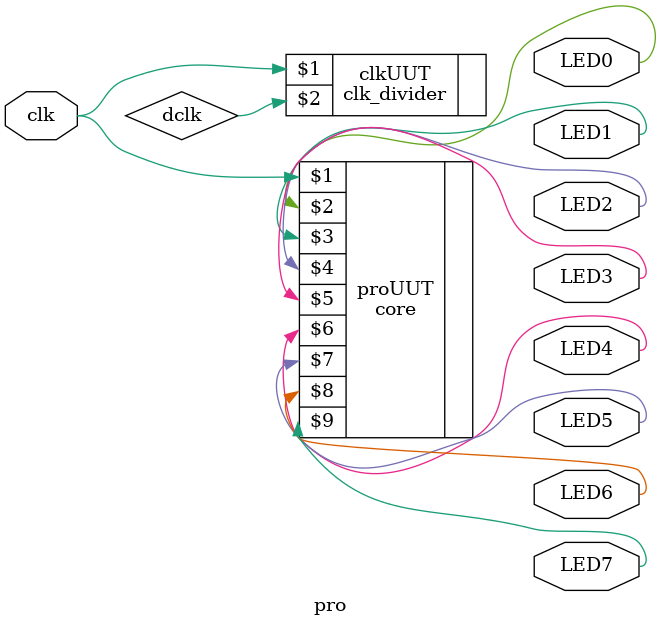
<source format=v>
module pro (
  input clk,
  output LED0,
  output LED1,
  output LED2,
  output LED3,
  output LED4,
  output LED5,
  output LED6,
  output LED7);
wire dclk;
clk_divider clkUUT(clk,dclk);
core proUUT(clk,LED0,LED1,LED2,LED3,LED4,LED5,LED6,LED7);

endmodule
</source>
